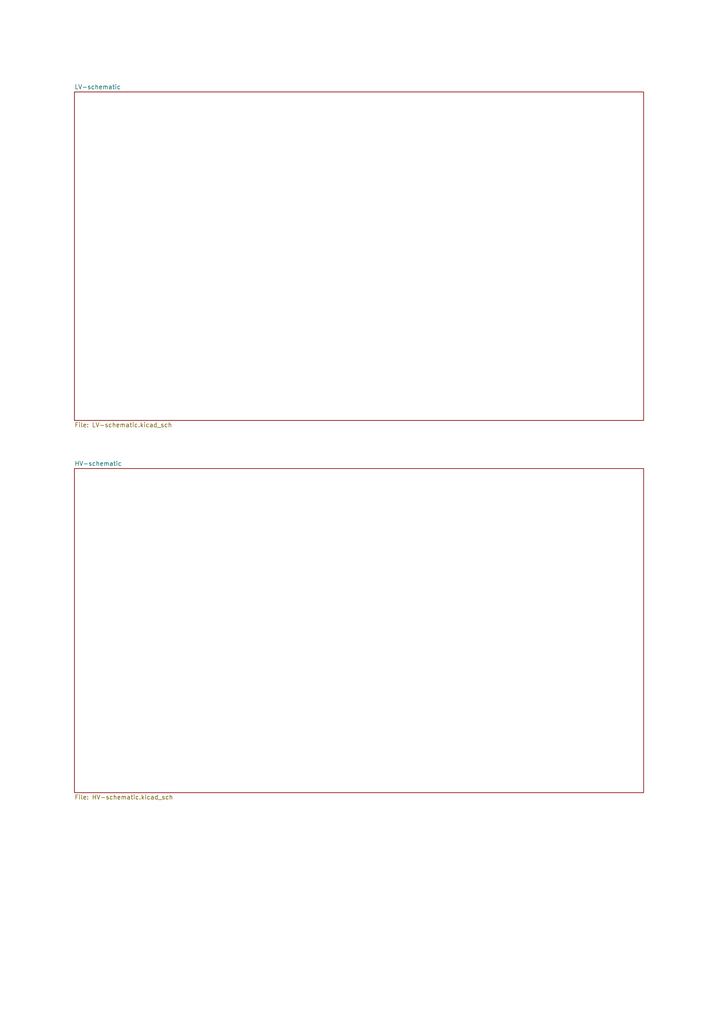
<source format=kicad_sch>
(kicad_sch (version 20211123) (generator eeschema)
  (paper "A4" portrait)
  (title_block (title "Schematics") (date "2022-04-13") (rev "1") (company "University of Padova") (comment 1 "Schematics of the selft-balancing bike"))
  (lib_symbols)
  (sheet (at 21.59 26.67) (size 165.1 95.25) (stroke (width 0.1524))
    (property "Sheet name" "LV-schematic" (at 21.59 25.9584 0) (effects (justify left bottom)))
    (property "Sheet file" "LV-schematic.kicad_sch" (at 21.59 122.5046 0) (effects (justify left top)))
  )
  (sheet (at 21.59 135.89) (size 165.1 93.98) (stroke (width 0.1524))
    (property "Sheet name" "HV-schematic" (at 21.59 135.1784 0) (effects (justify left bottom)))
    (property "Sheet file" "HV-schematic.kicad_sch" (at 21.59 230.4546 0) (effects (justify left top)))
  )
)
</source>
